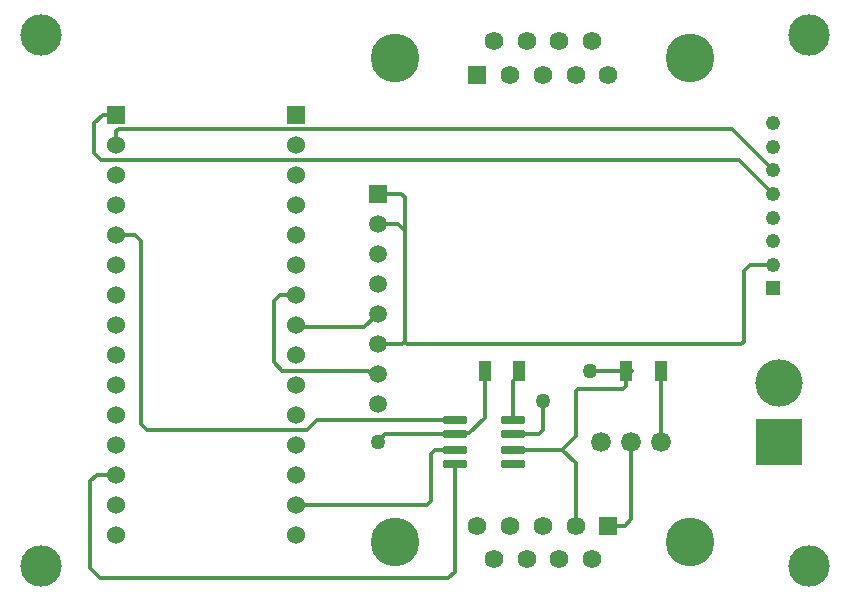
<source format=gtl>
G04*
G04 #@! TF.GenerationSoftware,Altium Limited,Altium Designer,22.8.2 (66)*
G04*
G04 Layer_Physical_Order=1*
G04 Layer_Color=255*
%FSLAX42Y42*%
%MOMM*%
G71*
G04*
G04 #@! TF.SameCoordinates,73A1F774-0F22-46A5-B85E-6585DDB94E85*
G04*
G04*
G04 #@! TF.FilePolarity,Positive*
G04*
G01*
G75*
%ADD14R,1.13X1.77*%
G04:AMPARAMS|DCode=15|XSize=1.97mm|YSize=0.6mm|CornerRadius=0.08mm|HoleSize=0mm|Usage=FLASHONLY|Rotation=0.000|XOffset=0mm|YOffset=0mm|HoleType=Round|Shape=RoundedRectangle|*
%AMROUNDEDRECTD15*
21,1,1.97,0.45,0,0,0.0*
21,1,1.82,0.60,0,0,0.0*
1,1,0.15,0.91,-0.23*
1,1,0.15,-0.91,-0.23*
1,1,0.15,-0.91,0.23*
1,1,0.15,0.91,0.23*
%
%ADD15ROUNDEDRECTD15*%
%ADD32C,0.35*%
%ADD33R,1.51X1.51*%
%ADD34C,1.51*%
%ADD35C,4.12*%
%ADD36R,1.58X1.58*%
%ADD37C,1.58*%
%ADD38R,1.21X1.21*%
%ADD39C,1.21*%
%ADD40C,3.50*%
%ADD41C,1.68*%
%ADD42C,1.53*%
%ADD43R,1.53X1.53*%
%ADD44C,4.00*%
%ADD45R,4.00X4.00*%
%ADD46C,1.27*%
D14*
X5203Y1900D02*
D03*
X5497D02*
D03*
X4006D02*
D03*
X4300D02*
D03*
D15*
X3753Y1490D02*
D03*
Y1364D02*
D03*
Y1236D02*
D03*
Y1110D02*
D03*
X4247D02*
D03*
Y1236D02*
D03*
Y1364D02*
D03*
Y1490D02*
D03*
D32*
X6162Y3688D02*
X6450Y3400D01*
X762Y3688D02*
X6162D01*
X909Y3950D02*
X6100D01*
X6450Y3600D01*
X4900Y1900D02*
X5203D01*
X4798Y1750D02*
X5182D01*
X5203Y1771D02*
Y1900D01*
X5182Y1750D02*
X5203Y1771D01*
X4777Y1350D02*
Y1729D01*
X4798Y1750D01*
X4500Y1400D02*
Y1650D01*
X4247Y1364D02*
X4463D01*
X4500Y1400D01*
X888Y3817D02*
Y3929D01*
X909Y3950D01*
X700Y3750D02*
Y4000D01*
X772Y4072D01*
X888D01*
X700Y3750D02*
X762Y3688D01*
X3352Y2128D02*
X6178D01*
X6200Y2150D02*
Y2750D01*
X6178Y2128D02*
X6200Y2150D01*
X3330D02*
X3352Y2128D01*
X3330Y2150D02*
Y3090D01*
X6250Y2800D02*
X6450D01*
X6200Y2750D02*
X6250Y2800D01*
X3100Y1300D02*
X3164Y1364D01*
X3753D01*
X2220Y1980D02*
Y2490D01*
X2295Y1905D02*
X3022D01*
X2220Y1980D02*
X2295Y1905D01*
X3030Y1896D02*
X3078D01*
X3022Y1905D02*
X3030Y1896D01*
X3078D02*
X3100Y1874D01*
X3308Y2128D02*
X3330Y2150D01*
X3100Y2128D02*
X3308D01*
X3100D02*
X3122Y2106D01*
X3330Y3090D02*
Y3370D01*
X3100Y3398D02*
X3302D01*
X3330Y3370D01*
X2220Y2490D02*
X2277Y2548D01*
X1100Y1450D02*
Y3000D01*
Y1450D02*
X1150Y1400D01*
X2500D01*
X894Y3050D02*
X911Y3033D01*
X888Y3056D02*
X894Y3050D01*
X1050D01*
X1100Y3000D01*
X2500Y1400D02*
X2591Y1490D01*
X3753D01*
X5203Y1900D02*
X5253D01*
X4247Y1236D02*
X4663D01*
X3587D02*
X3753D01*
X3550Y1200D02*
X3587Y1236D01*
X3550Y800D02*
Y1200D01*
X2412Y770D02*
X3519D01*
X3550Y800D01*
X3700Y150D02*
X3753Y203D01*
X750Y150D02*
X3700D01*
X3753Y203D02*
Y1110D01*
X724Y1023D02*
X888D01*
X668Y968D02*
X724Y1023D01*
X668Y232D02*
Y968D01*
Y232D02*
X750Y150D01*
X4663Y1236D02*
X4777Y1350D01*
X4663Y1236D02*
X4777Y1123D01*
Y592D02*
Y1123D01*
X5054Y592D02*
X5192D01*
X5246Y646D01*
Y1300D01*
X5500D02*
Y1897D01*
X5497Y1900D02*
X5500Y1897D01*
X3765Y1376D02*
X3876D01*
X4006Y1506D01*
X3753Y1364D02*
X3765Y1376D01*
X4006Y1506D02*
Y1900D01*
X4247Y1490D02*
Y1815D01*
X4300Y1868D01*
Y1900D01*
X3276Y3144D02*
X3330Y3090D01*
X2412Y2293D02*
X2435Y2271D01*
X2491D02*
X2492Y2270D01*
X2988D02*
X3100Y2382D01*
X2435Y2271D02*
X2491D01*
X2492Y2270D02*
X2988D01*
X2277Y2548D02*
X2412D01*
X3100Y3144D02*
X3276D01*
D33*
X3100Y3398D02*
D03*
D34*
Y3144D02*
D03*
Y2890D02*
D03*
Y2636D02*
D03*
Y2382D02*
D03*
Y2128D02*
D03*
Y1874D02*
D03*
Y1620D02*
D03*
D35*
X5749Y450D02*
D03*
X3251D02*
D03*
Y4550D02*
D03*
X5749D02*
D03*
D36*
X5054Y592D02*
D03*
X3946Y4408D02*
D03*
D37*
X4915Y308D02*
D03*
X4777Y592D02*
D03*
X4638Y308D02*
D03*
X4500Y592D02*
D03*
X4362Y308D02*
D03*
X4223Y592D02*
D03*
X4085Y308D02*
D03*
X3946Y592D02*
D03*
X4085Y4692D02*
D03*
X4223Y4408D02*
D03*
X4362Y4692D02*
D03*
X4500Y4408D02*
D03*
X4638Y4692D02*
D03*
X4777Y4408D02*
D03*
X4915Y4692D02*
D03*
X5054Y4408D02*
D03*
D38*
X6450Y2600D02*
D03*
D39*
Y2800D02*
D03*
Y3000D02*
D03*
Y3200D02*
D03*
Y3400D02*
D03*
Y4000D02*
D03*
Y3600D02*
D03*
Y3800D02*
D03*
D40*
X6750Y4750D02*
D03*
Y250D02*
D03*
X250D02*
D03*
Y4750D02*
D03*
D41*
X5500Y1300D02*
D03*
X4992D02*
D03*
X5246D02*
D03*
D42*
X888Y516D02*
D03*
Y770D02*
D03*
Y1023D02*
D03*
Y1277D02*
D03*
Y1531D02*
D03*
Y1785D02*
D03*
Y2040D02*
D03*
Y2293D02*
D03*
Y2548D02*
D03*
Y2801D02*
D03*
Y3056D02*
D03*
Y3310D02*
D03*
Y3563D02*
D03*
Y3817D02*
D03*
X2412Y516D02*
D03*
Y770D02*
D03*
Y1023D02*
D03*
Y1277D02*
D03*
Y1531D02*
D03*
Y1785D02*
D03*
Y2040D02*
D03*
Y2293D02*
D03*
Y2548D02*
D03*
Y2801D02*
D03*
Y3056D02*
D03*
Y3310D02*
D03*
Y3563D02*
D03*
Y3817D02*
D03*
D43*
X888Y4072D02*
D03*
X2412D02*
D03*
D44*
X6500Y1800D02*
D03*
D45*
Y1300D02*
D03*
D46*
X4900Y1900D02*
D03*
X4500Y1650D02*
D03*
X3100Y1300D02*
D03*
M02*

</source>
